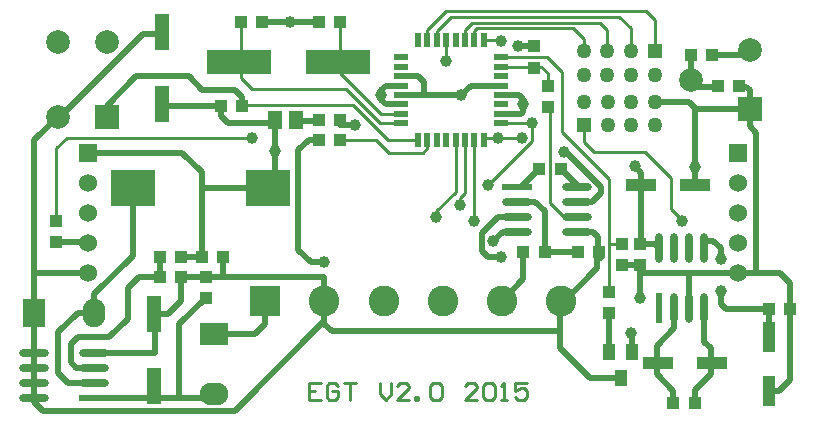
<source format=gtl>
G04 Layer_Physical_Order=1*
G04 Layer_Color=255*
%FSLAX44Y44*%
%MOMM*%
G71*
G01*
G75*
%ADD10R,1.0000X1.0000*%
%ADD11O,2.4130X1.9050*%
%ADD12R,2.4130X1.9050*%
%ADD13R,1.0000X1.0000*%
%ADD14R,1.3000X0.5000*%
%ADD15R,0.5000X1.3000*%
%ADD16R,2.5400X1.0160*%
%ADD17R,1.0160X2.5400*%
%ADD18R,1.2700X3.0480*%
%ADD19R,5.5000X2.0000*%
%ADD20O,1.9050X2.4130*%
%ADD21R,1.9050X2.4130*%
%ADD22O,2.5400X0.6000*%
%ADD23R,2.5400X0.6000*%
%ADD24R,0.6000X2.5400*%
%ADD25O,0.6000X2.5400*%
%ADD26R,1.3000X1.5000*%
%ADD27R,3.8100X3.0500*%
%ADD28R,1.0000X1.4000*%
%ADD29C,0.5000*%
%ADD30C,0.2540*%
%ADD31C,1.2700*%
%ADD32R,1.2700X1.2700*%
%ADD33C,2.0000*%
%ADD34R,2.0000X2.0000*%
%ADD35R,1.5240X1.5240*%
%ADD36C,1.5240*%
%ADD37C,2.6000*%
%ADD38R,2.6000X2.6000*%
%ADD39R,2.0000X2.0000*%
%ADD40C,1.0000*%
D10*
X664500Y98000D02*
D03*
X646500D02*
D03*
X484500Y146750D02*
D03*
X502500D02*
D03*
X438500D02*
D03*
X456500D02*
D03*
X265000Y258250D02*
D03*
X283000D02*
D03*
X148500Y142500D02*
D03*
X130500D02*
D03*
X166000D02*
D03*
X184000D02*
D03*
X130500Y125750D02*
D03*
X148500D02*
D03*
X200500Y270500D02*
D03*
X182500D02*
D03*
X621000Y287500D02*
D03*
X603000D02*
D03*
X580000Y313500D02*
D03*
X598000D02*
D03*
X565500Y18750D02*
D03*
X583500D02*
D03*
X265000Y241750D02*
D03*
X283000D02*
D03*
X451930Y217130D02*
D03*
X469930D02*
D03*
X283490Y341540D02*
D03*
X265490D02*
D03*
X199450D02*
D03*
X217450D02*
D03*
D11*
X176250Y26600D02*
D03*
D12*
Y77400D02*
D03*
D13*
X169750Y107750D02*
D03*
Y125750D02*
D03*
X43100Y172790D02*
D03*
Y154790D02*
D03*
X459000Y287500D02*
D03*
Y269500D02*
D03*
X511250Y95000D02*
D03*
Y113000D02*
D03*
X537130Y153740D02*
D03*
Y135740D02*
D03*
X447000Y302750D02*
D03*
Y320750D02*
D03*
X521750Y153500D02*
D03*
Y135500D02*
D03*
D14*
X334500Y311500D02*
D03*
Y303500D02*
D03*
Y295500D02*
D03*
Y287500D02*
D03*
Y279500D02*
D03*
Y271500D02*
D03*
Y263500D02*
D03*
Y255500D02*
D03*
X419500D02*
D03*
Y263500D02*
D03*
Y271500D02*
D03*
Y279500D02*
D03*
Y287500D02*
D03*
Y295500D02*
D03*
Y303500D02*
D03*
Y311500D02*
D03*
D15*
X349000Y241000D02*
D03*
X357000D02*
D03*
X365000D02*
D03*
X373000D02*
D03*
X381000D02*
D03*
X389000D02*
D03*
X397000D02*
D03*
X405000D02*
D03*
Y326000D02*
D03*
X397000D02*
D03*
X389000D02*
D03*
X381000D02*
D03*
X373000D02*
D03*
X365000D02*
D03*
X357000D02*
D03*
X349000D02*
D03*
D16*
X598360Y53000D02*
D03*
X552640D02*
D03*
X538400Y203160D02*
D03*
X584120D02*
D03*
D17*
X646000Y74860D02*
D03*
Y29140D02*
D03*
D18*
X126000Y33020D02*
D03*
Y93980D02*
D03*
X132250Y332980D02*
D03*
Y272020D02*
D03*
D19*
X197250Y307500D02*
D03*
X281250D02*
D03*
D20*
X75150Y95250D02*
D03*
D21*
X24350D02*
D03*
D22*
X24450Y23040D02*
D03*
Y35740D02*
D03*
Y48440D02*
D03*
Y61140D02*
D03*
X75250D02*
D03*
Y48440D02*
D03*
Y35740D02*
D03*
X483790Y201890D02*
D03*
Y189190D02*
D03*
Y176490D02*
D03*
Y163790D02*
D03*
X432990D02*
D03*
Y176490D02*
D03*
Y189190D02*
D03*
D23*
X75250Y23040D02*
D03*
X432990Y201890D02*
D03*
D24*
X553640Y99020D02*
D03*
D25*
X566340D02*
D03*
X579040D02*
D03*
X591740D02*
D03*
Y149820D02*
D03*
X579040D02*
D03*
X566340D02*
D03*
X553640D02*
D03*
D26*
X246000Y258250D02*
D03*
X228000D02*
D03*
D27*
X222400Y201000D02*
D03*
X108100D02*
D03*
D28*
X511250Y61500D02*
D03*
X530250D02*
D03*
X520750Y39500D02*
D03*
D29*
X584120Y203160D02*
Y268130D01*
X584750Y267500D02*
X630000D01*
X578500Y273750D02*
X584120Y268130D01*
X549750Y273750D02*
X578500D01*
X532750Y219500D02*
X538400Y213850D01*
X473000Y233000D02*
X504110Y201890D01*
X630000Y253170D02*
X635500Y247670D01*
Y129200D02*
Y247670D01*
X630000Y253170D02*
Y267500D01*
X538400Y203160D02*
Y213850D01*
X605500Y102500D02*
Y113500D01*
Y102500D02*
X610000Y98000D01*
X646500D01*
X646000Y74860D02*
Y97500D01*
X664500Y38500D02*
Y98000D01*
X655140Y29140D02*
X664500Y38500D01*
X646000Y29140D02*
X655140D01*
X579040Y129200D02*
X620000D01*
X655550D01*
X664500Y98000D02*
Y120250D01*
X655550Y129200D02*
X664500Y120250D01*
X596860Y43110D02*
Y53000D01*
X583500Y29750D02*
X596860Y43110D01*
X583500Y18750D02*
Y29750D01*
X596860Y53000D02*
Y65390D01*
X591740Y70510D02*
X596860Y65390D01*
X591740Y70510D02*
Y99020D01*
X551140Y43360D02*
Y53000D01*
Y43360D02*
X565500Y29000D01*
Y18750D02*
Y29000D01*
X551140Y53000D02*
Y66640D01*
X566340Y81840D01*
Y99020D01*
X258250Y138000D02*
X270000D01*
X248000Y148250D02*
X258250Y138000D01*
X248000Y148250D02*
Y233250D01*
X256500Y241750D01*
X265000D01*
X269500Y105500D02*
Y125750D01*
X270000Y87750D02*
Y105000D01*
X147250Y23040D02*
X176250D01*
X75250D02*
X147250D01*
Y85250D01*
X169750Y107750D01*
X126250Y61140D02*
Y93980D01*
X137480D01*
X126000D02*
X126250D01*
X148500Y105000D02*
Y125750D01*
X137480Y93980D02*
X148500Y105000D01*
X75250Y95350D02*
Y110750D01*
X75150Y95250D02*
X75250Y95350D01*
X61000Y95250D02*
X75150D01*
X108100Y143600D02*
Y201000D01*
X75250Y110750D02*
X108100Y143600D01*
X112875Y125750D02*
X130500D01*
X103250Y116125D02*
X112875Y125750D01*
X103250Y89750D02*
Y116125D01*
X75250Y61140D02*
X126250D01*
X220000Y86000D02*
Y105000D01*
X211400Y77400D02*
X220000Y86000D01*
X176250Y77400D02*
X211400D01*
X24500Y241000D02*
X44500Y261000D01*
X24500Y62590D02*
Y241000D01*
Y62590D02*
X25950Y61140D01*
X194250Y12000D02*
X270000Y87750D01*
X33250Y12000D02*
X194250D01*
X174750Y125750D02*
X269500D01*
Y105500D02*
X270000Y105000D01*
X283000Y254250D02*
X295750D01*
X245500Y257500D02*
X264500D01*
X228000Y232250D02*
Y254250D01*
X226500Y255750D02*
X228000Y254250D01*
X188750Y255750D02*
X226500D01*
X24500Y129200D02*
X70000D01*
X45415Y260085D02*
X116510Y331180D01*
X184000Y126000D02*
Y142500D01*
X24450Y19300D02*
X31750Y12000D01*
X24450Y19300D02*
Y23040D01*
X55000Y68250D02*
X61250Y74500D01*
X55000Y53500D02*
Y68250D01*
Y53500D02*
X60060Y48440D01*
X61250Y74500D02*
X88000D01*
X103250Y89750D01*
X44500Y78750D02*
X61000Y95250D01*
X44500Y44250D02*
Y78750D01*
X60060Y48440D02*
X75250D01*
X53010Y35740D02*
X75250D01*
X44500Y44250D02*
X53010Y35740D01*
X70000Y230800D02*
X149700D01*
X166000Y214500D01*
Y201000D02*
Y214500D01*
Y201000D02*
X222400D01*
X166000Y142500D02*
Y201000D01*
X226550Y230800D02*
X228000Y232250D01*
X148500Y142500D02*
X166000D01*
X130500Y125750D02*
Y142500D01*
X148500Y125750D02*
X173750D01*
X108100Y201000D02*
Y205700D01*
X182500Y262000D02*
X188750Y255750D01*
X182500Y262000D02*
Y270500D01*
X130730Y264120D02*
X137110Y270500D01*
X228000Y206600D02*
Y232250D01*
X222400Y201000D02*
X228000Y206600D01*
X200500Y270500D02*
Y278000D01*
X194500Y284000D02*
X200500Y278000D01*
X166250Y284000D02*
X194500D01*
X155000Y295250D02*
X166250Y284000D01*
X110750Y295250D02*
X155000D01*
X85500Y270000D02*
X110750Y295250D01*
X85500Y261000D02*
Y270000D01*
X137110Y270500D02*
X182500D01*
X24450Y48440D02*
Y61140D01*
Y23040D02*
Y35740D01*
Y48440D01*
X416000Y105000D02*
X420000D01*
X438000Y265500D02*
Y271500D01*
X436000Y263500D02*
X438000Y265500D01*
X419500Y263500D02*
X436000D01*
X438000Y271500D02*
Y276500D01*
X435000Y279500D02*
X438000Y276500D01*
X419500Y279500D02*
X435000D01*
X322000Y271500D02*
X334500D01*
X317999Y275501D02*
X322000Y271500D01*
X317999Y275501D02*
Y279499D01*
Y283499D01*
X322000Y287500D01*
X334500D01*
X354000Y279500D02*
Y290500D01*
X385860Y279500D02*
X386000Y279360D01*
X334500Y279500D02*
X385860D01*
X349000Y295500D02*
X354000Y290500D01*
X334500Y295500D02*
X349000D01*
X386000Y279360D02*
X394140Y287500D01*
X419500D01*
X627000Y286500D02*
X630000Y283500D01*
X621000Y286500D02*
X627000D01*
X630000Y267500D02*
Y283500D01*
X626000Y313500D02*
X630000Y317500D01*
X598000Y313500D02*
X626000D01*
X586000Y286500D02*
X603000D01*
X580000Y292500D02*
X586000Y286500D01*
X538400Y153740D02*
Y203160D01*
Y153740D02*
X549720D01*
X537130D02*
X538400D01*
X549720D02*
X553640Y149820D01*
X591740Y156170D02*
X599360D01*
X579040Y101560D02*
Y129200D01*
X43100Y154790D02*
X69810D01*
X436690Y201890D02*
X451930Y217130D01*
X432990Y201890D02*
X436690D01*
X469930Y217020D02*
X483790Y203160D01*
X504110Y196810D02*
Y201890D01*
X496490Y189190D02*
X504110Y196810D01*
X483790Y189190D02*
X496490D01*
X605710Y140930D02*
Y149820D01*
X599360Y156170D02*
X605710Y149820D01*
X633250Y320870D02*
Y324680D01*
X130730Y322540D02*
Y331180D01*
X116510D02*
X130730D01*
X537130Y129200D02*
X579040D01*
X511250Y61500D02*
Y95000D01*
X521750Y135500D02*
X536890D01*
X537130Y129200D02*
Y135740D01*
X536750Y108000D02*
Y110750D01*
X537130Y111130D02*
Y129200D01*
X536750Y110750D02*
X537130Y111130D01*
X530250Y61500D02*
Y77500D01*
X580000Y292500D02*
Y313500D01*
X433750Y320750D02*
X447000D01*
X217450Y341540D02*
X265490D01*
X270000Y86000D02*
Y105000D01*
Y86000D02*
X276250Y79750D01*
X469250D01*
Y65250D02*
Y79750D01*
Y65250D02*
X495000Y39500D01*
X518000D01*
X483790Y163790D02*
X497460D01*
X469250Y79750D02*
Y101250D01*
X497460Y163790D02*
X501750Y159500D01*
Y143250D02*
Y159500D01*
Y143250D02*
X503750Y141250D01*
X500750Y132750D02*
Y141250D01*
X432990Y189190D02*
X448560D01*
X456750Y181000D01*
X403500Y147250D02*
Y162899D01*
X421040Y163790D02*
X432990D01*
X413000Y155750D02*
X421040Y163790D01*
X403500Y162899D02*
X417091Y176490D01*
X432990D01*
X403500Y147250D02*
X408500Y142250D01*
X419250D01*
X469250Y101250D02*
X500750Y132750D01*
X456750Y146500D02*
Y181000D01*
Y146500D02*
X482750D01*
X420000Y105000D02*
X438500Y123500D01*
Y146750D01*
D30*
X563800Y182840D02*
Y209200D01*
X541500Y231500D02*
X563800Y209200D01*
X498000Y231500D02*
X541500D01*
X489750Y239750D02*
X498000Y231500D01*
X489750Y239750D02*
Y253750D01*
X325000Y230500D02*
X353250D01*
X313750Y241750D02*
X325000Y230500D01*
X283000Y241750D02*
X313750D01*
X353250Y230500D02*
X357000Y234250D01*
Y241000D01*
X323750D02*
X349000D01*
X293750Y271000D02*
X323750Y241000D01*
X201000Y271000D02*
X293750D01*
X364750Y177000D02*
Y181250D01*
X317000Y255500D02*
X334500D01*
X288000Y284500D02*
X317000Y255500D01*
X208500Y284500D02*
X288000D01*
X318250Y263500D02*
X334500D01*
X283240Y298510D02*
X318250Y263500D01*
X283240Y298510D02*
Y307500D01*
X381000Y197500D02*
Y241000D01*
X364750Y181250D02*
X381000Y197500D01*
X389000Y196250D02*
Y241000D01*
X385000Y192250D02*
X389000Y196250D01*
X385000Y186500D02*
Y192250D01*
X51690Y243500D02*
X208250D01*
X43100Y234910D02*
X51690Y243500D01*
X200500Y270500D02*
X201000Y271000D01*
X199220Y293780D02*
X208500Y284500D01*
X199220Y293780D02*
Y307500D01*
X283490Y307750D02*
Y341540D01*
X199450Y307730D02*
Y341540D01*
X397000Y174790D02*
Y241000D01*
X394890Y172680D02*
X395070Y172500D01*
X405000Y243500D02*
X417000D01*
X437000D01*
X419500Y255500D02*
X446000D01*
Y240300D02*
Y255500D01*
X408860Y203160D02*
X446000Y240300D01*
X373000Y308500D02*
Y326000D01*
X563800Y182840D02*
X573960Y172680D01*
X572690D02*
X573960D01*
X43100Y172790D02*
Y234910D01*
X457000Y269250D02*
X461000Y265250D01*
X457000Y287250D02*
X459000Y289250D01*
X511500Y153500D02*
X521750D01*
X471250Y248250D02*
X511250Y208250D01*
Y113000D02*
Y208250D01*
X459000Y289250D02*
Y297750D01*
X549500Y317250D02*
Y343250D01*
X529500Y317250D02*
Y336000D01*
X509500Y317250D02*
Y334500D01*
X471250Y248250D02*
Y299000D01*
X419500Y303500D02*
X453250D01*
X459000Y297750D01*
X419500Y311500D02*
X458750D01*
X471250Y299000D01*
X405000Y326000D02*
X418750D01*
X419750Y325000D01*
X397000Y326000D02*
Y334000D01*
X399210Y336210D01*
X503250Y340750D02*
X509500Y334500D01*
X519750Y345750D02*
X529500Y336000D01*
X542250Y350500D02*
X549500Y343250D01*
X389000Y326000D02*
Y334500D01*
X395250Y340750D01*
X503250D01*
X365000Y326000D02*
Y334000D01*
X376750Y345750D01*
X519750D01*
X357000Y326000D02*
Y334750D01*
X372750Y350500D01*
X542250D01*
X399210Y336210D02*
X480290D01*
X489500Y327000D01*
Y317250D02*
Y327000D01*
X461000Y188000D02*
Y265250D01*
Y188000D02*
X472510Y176490D01*
X483790D01*
X266747Y35995D02*
X256750D01*
Y21000D01*
X266747D01*
X256750Y28498D02*
X261748D01*
X281742Y33496D02*
X279243Y35995D01*
X274244D01*
X271745Y33496D01*
Y23499D01*
X274244Y21000D01*
X279243D01*
X281742Y23499D01*
Y28498D01*
X276744D01*
X286740Y35995D02*
X296737D01*
X291739D01*
Y21000D01*
X316731Y35995D02*
Y25998D01*
X321729Y21000D01*
X326727Y25998D01*
Y35995D01*
X341722Y21000D02*
X331726D01*
X341722Y30997D01*
Y33496D01*
X339223Y35995D01*
X334225D01*
X331726Y33496D01*
X346721Y21000D02*
Y23499D01*
X349220D01*
Y21000D01*
X346721D01*
X359217Y33496D02*
X361716Y35995D01*
X366714D01*
X369214Y33496D01*
Y23499D01*
X366714Y21000D01*
X361716D01*
X359217Y23499D01*
Y33496D01*
X399204Y21000D02*
X389207D01*
X399204Y30997D01*
Y33496D01*
X396705Y35995D01*
X391706D01*
X389207Y33496D01*
X404202D02*
X406701Y35995D01*
X411700D01*
X414199Y33496D01*
Y23499D01*
X411700Y21000D01*
X406701D01*
X404202Y23499D01*
Y33496D01*
X419197Y21000D02*
X424196D01*
X421697D01*
Y35995D01*
X419197Y33496D01*
X441690Y35995D02*
X431693D01*
Y28498D01*
X436692Y30997D01*
X439191D01*
X441690Y28498D01*
Y23499D01*
X439191Y21000D01*
X434193D01*
X431693Y23499D01*
D31*
X549750Y273750D02*
D03*
Y253750D02*
D03*
X529750Y273750D02*
D03*
Y253750D02*
D03*
X509750Y273750D02*
D03*
Y253750D02*
D03*
X489750Y273750D02*
D03*
X489500Y296500D02*
D03*
Y316500D02*
D03*
X509500Y296500D02*
D03*
Y316500D02*
D03*
X529500Y296500D02*
D03*
Y316500D02*
D03*
X549500Y296500D02*
D03*
D32*
X489750Y253750D02*
D03*
X549500Y316500D02*
D03*
D33*
X630000Y317500D02*
D03*
X580000Y292500D02*
D03*
X44500Y261000D02*
D03*
Y324000D02*
D03*
X85500D02*
D03*
D34*
X630000Y267500D02*
D03*
D35*
X70000Y230800D02*
D03*
X620000D02*
D03*
D36*
X70000Y205400D02*
D03*
Y180000D02*
D03*
Y154600D02*
D03*
Y129200D02*
D03*
X620000Y205400D02*
D03*
Y180000D02*
D03*
Y154600D02*
D03*
Y129200D02*
D03*
D37*
X420000Y105000D02*
D03*
X470000D02*
D03*
X370000D02*
D03*
X320000D02*
D03*
X270000D02*
D03*
D38*
X220000D02*
D03*
D39*
X85500Y261000D02*
D03*
D40*
X532750Y219500D02*
D03*
X473000Y231000D02*
D03*
X584000Y218500D02*
D03*
X605500Y113500D02*
D03*
X270000Y138000D02*
D03*
X364750Y176500D02*
D03*
X295750Y254250D02*
D03*
X228000Y232250D02*
D03*
X208250Y243500D02*
D03*
X317999Y279499D02*
D03*
X385000Y186500D02*
D03*
X438000Y271500D02*
D03*
X386000Y279360D02*
D03*
X397000Y172500D02*
D03*
X408860Y203160D02*
D03*
X446000Y255500D02*
D03*
X437000Y243500D02*
D03*
X572690Y172680D02*
D03*
X417000Y243500D02*
D03*
X373000Y308500D02*
D03*
X536750Y108000D02*
D03*
X529750Y78000D02*
D03*
X241000Y341500D02*
D03*
X605710Y140930D02*
D03*
X433750Y320750D02*
D03*
X419750Y325000D02*
D03*
X413000Y155750D02*
D03*
X419250Y142250D02*
D03*
M02*

</source>
